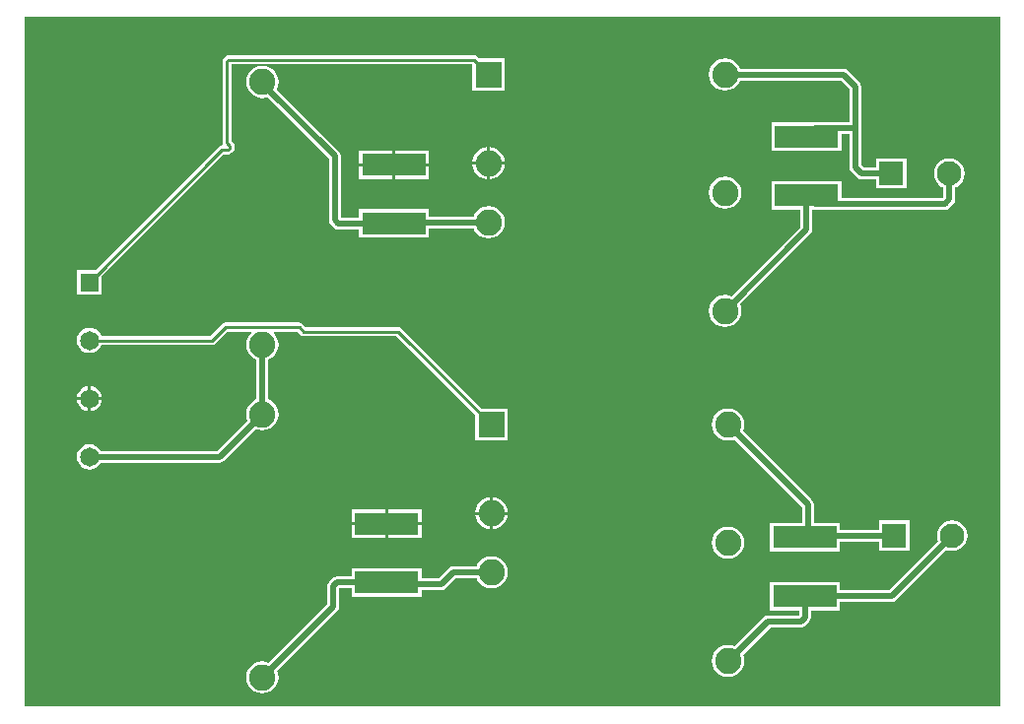
<source format=gtl>
G04*
G04 #@! TF.GenerationSoftware,Altium Limited,Altium Designer,20.0.10 (225)*
G04*
G04 Layer_Physical_Order=1*
G04 Layer_Color=255*
%FSLAX25Y25*%
%MOIN*%
G70*
G01*
G75*
%ADD13C,0.01000*%
%ADD21R,0.21732X0.07677*%
%ADD22C,0.01968*%
%ADD23C,0.08858*%
%ADD24R,0.08858X0.08858*%
%ADD25C,0.08268*%
%ADD26R,0.08268X0.08268*%
%ADD27R,0.06496X0.06496*%
%ADD28C,0.06496*%
G36*
X329471Y2029D02*
X-471D01*
Y235471D01*
X329471D01*
Y2029D01*
D02*
G37*
%LPC*%
G36*
X151500Y222529D02*
X68586D01*
X68001Y222413D01*
X67504Y222081D01*
X66919Y221496D01*
X66587Y221000D01*
X66471Y220414D01*
Y193000D01*
X66564Y192529D01*
X66391Y192183D01*
X66252Y192017D01*
X65730Y191913D01*
X65233Y191581D01*
X23585Y149933D01*
X17252D01*
Y141437D01*
X25748D01*
Y147770D01*
X66948Y188971D01*
X68500D01*
X69085Y189087D01*
X69581Y189419D01*
X70167Y190004D01*
X70499Y190500D01*
X70615Y191086D01*
Y191914D01*
X70499Y192499D01*
X70167Y192996D01*
X69529Y193633D01*
Y219471D01*
X150866D01*
X151071Y219266D01*
Y210571D01*
X161929D01*
Y221429D01*
X153234D01*
X152581Y222081D01*
X152085Y222413D01*
X151500Y222529D01*
D02*
G37*
G36*
X157000Y191410D02*
Y186500D01*
X161910D01*
X161789Y187417D01*
X161242Y188738D01*
X160372Y189872D01*
X159238Y190742D01*
X157917Y191289D01*
X157000Y191410D01*
D02*
G37*
G36*
X156000D02*
X155083Y191289D01*
X153762Y190742D01*
X152628Y189872D01*
X151758Y188738D01*
X151211Y187417D01*
X151090Y186500D01*
X156000D01*
Y191410D01*
D02*
G37*
G36*
X136366Y190299D02*
X125000D01*
Y185961D01*
X136366D01*
Y190299D01*
D02*
G37*
G36*
X124000D02*
X112634D01*
Y185961D01*
X124000D01*
Y190299D01*
D02*
G37*
G36*
X136366Y184961D02*
X125000D01*
Y180622D01*
X136366D01*
Y184961D01*
D02*
G37*
G36*
X124000D02*
X112634D01*
Y180622D01*
X124000D01*
Y184961D01*
D02*
G37*
G36*
X161910Y185500D02*
X157000D01*
Y180590D01*
X157917Y180711D01*
X159238Y181258D01*
X160372Y182128D01*
X161242Y183262D01*
X161789Y184583D01*
X161910Y185500D01*
D02*
G37*
G36*
X156000D02*
X151090D01*
X151211Y184583D01*
X151758Y183262D01*
X152628Y182128D01*
X153762Y181258D01*
X155083Y180711D01*
X156000Y180590D01*
Y185500D01*
D02*
G37*
G36*
X236500Y221476D02*
X235083Y221289D01*
X233762Y220742D01*
X232628Y219872D01*
X231758Y218738D01*
X231211Y217417D01*
X231024Y216000D01*
X231211Y214583D01*
X231758Y213262D01*
X232628Y212128D01*
X233762Y211258D01*
X235083Y210711D01*
X236500Y210524D01*
X237917Y210711D01*
X239238Y211258D01*
X240372Y212128D01*
X241242Y213262D01*
X241539Y213977D01*
X275662D01*
X278477Y211162D01*
Y199878D01*
X266854D01*
X266659Y199839D01*
X252134D01*
Y190161D01*
X275866D01*
Y195831D01*
X278477D01*
Y184685D01*
X278631Y183911D01*
X279069Y183255D01*
X281255Y181069D01*
X281911Y180631D01*
X282685Y180477D01*
X287524D01*
Y177366D01*
X297791D01*
Y187634D01*
X287524D01*
Y184523D01*
X283523D01*
X282523Y185523D01*
Y198343D01*
Y212000D01*
X282369Y212774D01*
X281931Y213431D01*
X277931Y217431D01*
X277274Y217869D01*
X276500Y218023D01*
X241539D01*
X241242Y218738D01*
X240372Y219872D01*
X239238Y220742D01*
X237917Y221289D01*
X236500Y221476D01*
D02*
G37*
G36*
X312343Y187678D02*
X311002Y187502D01*
X309753Y186984D01*
X308681Y186161D01*
X307858Y185089D01*
X307341Y183840D01*
X307164Y182500D01*
X307341Y181160D01*
X307858Y179911D01*
X308681Y178839D01*
X309753Y178016D01*
X310319Y177781D01*
Y174558D01*
X310009Y174248D01*
X275866D01*
Y179917D01*
X252134D01*
Y170240D01*
X261977D01*
Y164338D01*
X238632Y140993D01*
X237917Y141289D01*
X236500Y141476D01*
X235083Y141289D01*
X233762Y140742D01*
X232628Y139872D01*
X231758Y138738D01*
X231211Y137417D01*
X231024Y136000D01*
X231211Y134583D01*
X231758Y133262D01*
X232628Y132128D01*
X233762Y131258D01*
X235083Y130711D01*
X236500Y130524D01*
X237917Y130711D01*
X239238Y131258D01*
X240372Y132128D01*
X241242Y133262D01*
X241789Y134583D01*
X241976Y136000D01*
X241789Y137417D01*
X241493Y138132D01*
X265431Y162069D01*
X265869Y162726D01*
X266023Y163500D01*
Y170240D01*
X266659D01*
X266854Y170201D01*
X310847D01*
X311621Y170355D01*
X312277Y170794D01*
X313773Y172290D01*
X314212Y172946D01*
X314366Y173720D01*
Y177781D01*
X314932Y178016D01*
X316004Y178839D01*
X316827Y179911D01*
X317344Y181160D01*
X317521Y182500D01*
X317344Y183840D01*
X316827Y185089D01*
X316004Y186161D01*
X314932Y186984D01*
X313683Y187502D01*
X312343Y187678D01*
D02*
G37*
G36*
X236500Y181476D02*
X235083Y181289D01*
X233762Y180742D01*
X232628Y179872D01*
X231758Y178738D01*
X231211Y177417D01*
X231024Y176000D01*
X231211Y174583D01*
X231758Y173262D01*
X232628Y172128D01*
X233762Y171258D01*
X235083Y170711D01*
X236500Y170524D01*
X237917Y170711D01*
X239238Y171258D01*
X240372Y172128D01*
X241242Y173262D01*
X241789Y174583D01*
X241976Y176000D01*
X241789Y177417D01*
X241242Y178738D01*
X240372Y179872D01*
X239238Y180742D01*
X237917Y181289D01*
X236500Y181476D01*
D02*
G37*
G36*
X80000Y218964D02*
X78583Y218778D01*
X77262Y218231D01*
X76128Y217360D01*
X75258Y216226D01*
X74711Y214906D01*
X74524Y213488D01*
X74711Y212071D01*
X75258Y210750D01*
X76128Y209616D01*
X77262Y208746D01*
X78583Y208199D01*
X80000Y208012D01*
X81417Y208199D01*
X81787Y208352D01*
X102477Y187662D01*
Y166692D01*
X102631Y165918D01*
X103069Y165262D01*
X104223Y164109D01*
X104879Y163670D01*
X105653Y163516D01*
X112634D01*
Y160701D01*
X136366D01*
Y163977D01*
X151462D01*
X151758Y163262D01*
X152628Y162128D01*
X153762Y161258D01*
X155083Y160711D01*
X156500Y160524D01*
X157917Y160711D01*
X159238Y161258D01*
X160372Y162128D01*
X161242Y163262D01*
X161789Y164583D01*
X161976Y166000D01*
X161789Y167417D01*
X161242Y168738D01*
X160372Y169872D01*
X159238Y170742D01*
X157917Y171289D01*
X156500Y171476D01*
X155083Y171289D01*
X153762Y170742D01*
X152628Y169872D01*
X151758Y168738D01*
X151462Y168023D01*
X136366D01*
Y170378D01*
X112634D01*
Y167562D01*
X106523D01*
Y188500D01*
X106369Y189274D01*
X105931Y189931D01*
X84850Y211011D01*
X85289Y212071D01*
X85476Y213488D01*
X85289Y214906D01*
X84742Y216226D01*
X83872Y217360D01*
X82738Y218231D01*
X81417Y218778D01*
X80000Y218964D01*
D02*
G37*
G36*
X92500Y132029D02*
X67500D01*
X66915Y131913D01*
X66419Y131581D01*
X62366Y127529D01*
X25464D01*
X25211Y128142D01*
X24530Y129030D01*
X23642Y129711D01*
X22609Y130139D01*
X21500Y130285D01*
X20391Y130139D01*
X19358Y129711D01*
X18470Y129030D01*
X17789Y128142D01*
X17361Y127109D01*
X17215Y126000D01*
X17361Y124891D01*
X17789Y123858D01*
X18470Y122970D01*
X19358Y122289D01*
X20391Y121861D01*
X21500Y121715D01*
X22609Y121861D01*
X23642Y122289D01*
X24530Y122970D01*
X25211Y123858D01*
X25464Y124471D01*
X63000D01*
X63585Y124587D01*
X64081Y124919D01*
X68133Y128971D01*
X76115D01*
X76275Y128497D01*
X76128Y128384D01*
X75258Y127250D01*
X74711Y125929D01*
X74524Y124512D01*
X74711Y123094D01*
X75258Y121774D01*
X76128Y120640D01*
X77262Y119770D01*
X77977Y119473D01*
Y106027D01*
X77262Y105730D01*
X76128Y104860D01*
X75258Y103726D01*
X74711Y102406D01*
X74524Y100988D01*
X74711Y99571D01*
X75007Y98856D01*
X64804Y88653D01*
X25260D01*
X25211Y88772D01*
X24530Y89660D01*
X23642Y90341D01*
X22609Y90769D01*
X21500Y90915D01*
X20391Y90769D01*
X19358Y90341D01*
X18470Y89660D01*
X17789Y88772D01*
X17361Y87739D01*
X17215Y86630D01*
X17361Y85521D01*
X17789Y84488D01*
X18470Y83600D01*
X19358Y82919D01*
X20391Y82491D01*
X21500Y82345D01*
X22609Y82491D01*
X23642Y82919D01*
X24530Y83600D01*
X25211Y84488D01*
X25260Y84607D01*
X65642D01*
X66416Y84761D01*
X67072Y85199D01*
X77868Y95995D01*
X78583Y95699D01*
X80000Y95512D01*
X81417Y95699D01*
X82738Y96246D01*
X83872Y97116D01*
X84742Y98250D01*
X85289Y99571D01*
X85476Y100988D01*
X85289Y102406D01*
X84742Y103726D01*
X83872Y104860D01*
X82738Y105730D01*
X82023Y106027D01*
Y119473D01*
X82738Y119770D01*
X83872Y120640D01*
X84742Y121774D01*
X85289Y123094D01*
X85476Y124512D01*
X85289Y125929D01*
X84742Y127250D01*
X83872Y128384D01*
X83724Y128497D01*
X83885Y128971D01*
X91866D01*
X92919Y127919D01*
X93415Y127587D01*
X94000Y127471D01*
X125366D01*
X152071Y100766D01*
Y92071D01*
X162929D01*
Y102929D01*
X154234D01*
X127081Y130081D01*
X126585Y130413D01*
X126000Y130529D01*
X94634D01*
X93581Y131581D01*
X93085Y131913D01*
X92500Y132029D01*
D02*
G37*
G36*
X22000Y110534D02*
Y106815D01*
X25719D01*
X25639Y107424D01*
X25211Y108457D01*
X24530Y109345D01*
X23642Y110026D01*
X22609Y110454D01*
X22000Y110534D01*
D02*
G37*
G36*
X21000D02*
X20391Y110454D01*
X19358Y110026D01*
X18470Y109345D01*
X17789Y108457D01*
X17361Y107424D01*
X17281Y106815D01*
X21000D01*
Y110534D01*
D02*
G37*
G36*
X25719Y105815D02*
X22000D01*
Y102096D01*
X22609Y102176D01*
X23642Y102604D01*
X24530Y103285D01*
X25211Y104173D01*
X25639Y105206D01*
X25719Y105815D01*
D02*
G37*
G36*
X21000D02*
X17281D01*
X17361Y105206D01*
X17789Y104173D01*
X18470Y103285D01*
X19358Y102604D01*
X20391Y102176D01*
X21000Y102096D01*
Y105815D01*
D02*
G37*
G36*
X158000Y72910D02*
Y68000D01*
X162910D01*
X162789Y68917D01*
X162242Y70238D01*
X161372Y71372D01*
X160238Y72242D01*
X158917Y72789D01*
X158000Y72910D01*
D02*
G37*
G36*
X157000D02*
X156083Y72789D01*
X154762Y72242D01*
X153628Y71372D01*
X152758Y70238D01*
X152211Y68917D01*
X152090Y68000D01*
X157000D01*
Y72910D01*
D02*
G37*
G36*
X133866Y68839D02*
X122500D01*
Y64500D01*
X133866D01*
Y68839D01*
D02*
G37*
G36*
X121500D02*
X110134D01*
Y64500D01*
X121500D01*
Y68839D01*
D02*
G37*
G36*
X162910Y67000D02*
X158000D01*
Y62090D01*
X158917Y62211D01*
X160238Y62758D01*
X161372Y63628D01*
X162242Y64762D01*
X162789Y66083D01*
X162910Y67000D01*
D02*
G37*
G36*
X157000D02*
X152090D01*
X152211Y66083D01*
X152758Y64762D01*
X153628Y63628D01*
X154762Y62758D01*
X156083Y62211D01*
X157000Y62090D01*
Y67000D01*
D02*
G37*
G36*
X133866Y63500D02*
X122500D01*
Y59161D01*
X133866D01*
Y63500D01*
D02*
G37*
G36*
X121500D02*
X110134D01*
Y59161D01*
X121500D01*
Y63500D01*
D02*
G37*
G36*
X237500Y102976D02*
X236083Y102789D01*
X234762Y102242D01*
X233628Y101372D01*
X232758Y100238D01*
X232211Y98917D01*
X232024Y97500D01*
X232211Y96083D01*
X232758Y94762D01*
X233628Y93628D01*
X234762Y92758D01*
X236083Y92211D01*
X237500Y92024D01*
X238917Y92211D01*
X239632Y92507D01*
X262477Y69662D01*
Y64260D01*
X251634D01*
Y54583D01*
X275366D01*
Y57977D01*
X288524D01*
Y54866D01*
X298791D01*
Y65134D01*
X288524D01*
Y62023D01*
X275366D01*
Y64260D01*
X266523D01*
Y70500D01*
X266369Y71274D01*
X265931Y71931D01*
X242493Y95368D01*
X242789Y96083D01*
X242976Y97500D01*
X242789Y98917D01*
X242242Y100238D01*
X241372Y101372D01*
X240238Y102242D01*
X238917Y102789D01*
X237500Y102976D01*
D02*
G37*
G36*
X313342Y65178D02*
X312002Y65002D01*
X310753Y64484D01*
X309681Y63661D01*
X308858Y62589D01*
X308341Y61340D01*
X308164Y60000D01*
X308341Y58660D01*
X308575Y58094D01*
X292004Y41523D01*
X275366D01*
Y44339D01*
X251634D01*
Y34661D01*
X261477D01*
Y33023D01*
X251000D01*
X250226Y32869D01*
X249569Y32431D01*
X239632Y22493D01*
X238917Y22789D01*
X237500Y22976D01*
X236083Y22789D01*
X234762Y22242D01*
X233628Y21372D01*
X232758Y20238D01*
X232211Y18917D01*
X232024Y17500D01*
X232211Y16083D01*
X232758Y14762D01*
X233628Y13628D01*
X234762Y12758D01*
X236083Y12211D01*
X237500Y12024D01*
X238917Y12211D01*
X240238Y12758D01*
X241372Y13628D01*
X242242Y14762D01*
X242789Y16083D01*
X242976Y17500D01*
X242789Y18917D01*
X242493Y19632D01*
X251838Y28977D01*
X262347D01*
X263121Y29131D01*
X263777Y29569D01*
X264931Y30723D01*
X265369Y31379D01*
X265523Y32153D01*
Y34661D01*
X275366D01*
Y37477D01*
X292843D01*
X293617Y37631D01*
X294273Y38069D01*
X311436Y55233D01*
X312002Y54998D01*
X313342Y54822D01*
X314683Y54998D01*
X315932Y55516D01*
X317004Y56339D01*
X317827Y57411D01*
X318344Y58660D01*
X318521Y60000D01*
X318344Y61340D01*
X317827Y62589D01*
X317004Y63661D01*
X315932Y64484D01*
X314683Y65002D01*
X313342Y65178D01*
D02*
G37*
G36*
X237500Y62976D02*
X236083Y62789D01*
X234762Y62242D01*
X233628Y61372D01*
X232758Y60238D01*
X232211Y58917D01*
X232024Y57500D01*
X232211Y56083D01*
X232758Y54762D01*
X233628Y53628D01*
X234762Y52758D01*
X236083Y52211D01*
X237500Y52024D01*
X238917Y52211D01*
X240238Y52758D01*
X241372Y53628D01*
X242242Y54762D01*
X242789Y56083D01*
X242976Y57500D01*
X242789Y58917D01*
X242242Y60238D01*
X241372Y61372D01*
X240238Y62242D01*
X238917Y62789D01*
X237500Y62976D01*
D02*
G37*
G36*
X157500Y52976D02*
X156083Y52789D01*
X154762Y52242D01*
X153628Y51372D01*
X152758Y50238D01*
X152462Y49523D01*
X144500D01*
X143726Y49369D01*
X143069Y48931D01*
X139662Y45523D01*
X133866D01*
Y48917D01*
X110134D01*
Y46102D01*
X105153D01*
X104379Y45948D01*
X103723Y45509D01*
X102569Y44356D01*
X102131Y43700D01*
X101977Y42926D01*
Y36850D01*
X82132Y17005D01*
X81417Y17301D01*
X80000Y17488D01*
X78583Y17301D01*
X77262Y16754D01*
X76128Y15884D01*
X75258Y14750D01*
X74711Y13429D01*
X74524Y12012D01*
X74711Y10594D01*
X75258Y9274D01*
X76128Y8140D01*
X77262Y7270D01*
X78583Y6722D01*
X80000Y6536D01*
X81417Y6722D01*
X82738Y7270D01*
X83872Y8140D01*
X84742Y9274D01*
X85289Y10594D01*
X85476Y12012D01*
X85289Y13429D01*
X84993Y14144D01*
X105431Y34581D01*
X105869Y35238D01*
X106023Y36012D01*
Y42056D01*
X110134D01*
Y39240D01*
X133866D01*
Y41477D01*
X140500D01*
X141274Y41631D01*
X141931Y42069D01*
X145338Y45477D01*
X152462D01*
X152758Y44762D01*
X153628Y43628D01*
X154762Y42758D01*
X156083Y42211D01*
X157500Y42024D01*
X158917Y42211D01*
X160238Y42758D01*
X161372Y43628D01*
X162242Y44762D01*
X162789Y46083D01*
X162976Y47500D01*
X162789Y48917D01*
X162242Y50238D01*
X161372Y51372D01*
X160238Y52242D01*
X158917Y52789D01*
X157500Y52976D01*
D02*
G37*
%LPD*%
D13*
X68000Y193000D02*
Y220414D01*
X68586Y221000D02*
X151500D01*
X68000Y220414D02*
X68586Y221000D01*
X69086Y191086D02*
Y191914D01*
X66315Y190500D02*
X68500D01*
X69086Y191086D01*
X68000Y193000D02*
X69086Y191914D01*
X21500Y145685D02*
X66315Y190500D01*
X156500Y186000D02*
X158000D01*
X151500Y221000D02*
X156500Y216000D01*
X126000Y129000D02*
X157500Y97500D01*
X94000Y129000D02*
X126000D01*
X67500Y130500D02*
X92500D01*
X94000Y129000D01*
X21500Y126000D02*
X63000D01*
X67500Y130500D01*
X157407Y67593D02*
X157500Y67500D01*
X21067Y105697D02*
X21500Y106130D01*
X156158Y186343D02*
X156500Y186000D01*
D21*
X264000Y175079D02*
D03*
Y195000D02*
D03*
X122000Y44079D02*
D03*
Y64000D02*
D03*
X263500Y39500D02*
D03*
Y59421D02*
D03*
X124500Y165539D02*
D03*
Y185461D02*
D03*
D22*
X292843Y39500D02*
X313342Y60000D01*
X263500Y39500D02*
X292843D01*
X251000Y31000D02*
X262347D01*
X263500Y32153D02*
Y39500D01*
X262347Y31000D02*
X263500Y32153D01*
X237500Y17500D02*
X251000Y31000D01*
X264079Y60000D02*
X264500Y60421D01*
X264079Y60000D02*
X293657D01*
X263500Y59421D02*
X264079Y60000D01*
X264500Y60421D02*
Y70500D01*
X237500Y97500D02*
X264500Y70500D01*
X266854Y172224D02*
X310847D01*
X312343Y173720D02*
Y182500D01*
X310847Y172224D02*
X312343Y173720D01*
X264000Y175079D02*
X266854Y172224D01*
X236500Y136000D02*
X264000Y163500D01*
Y175079D01*
X280500Y198343D02*
Y212000D01*
Y184685D02*
Y198343D01*
X264000Y195000D02*
X266854Y197854D01*
X280012D01*
X280500Y198343D01*
X236500Y216000D02*
X276500D01*
X280500Y212000D01*
Y184685D02*
X282685Y182500D01*
X104000Y36012D02*
Y42926D01*
X105153Y44079D02*
X122000D01*
X104000Y42926D02*
X105153Y44079D01*
X80000Y12012D02*
X104000Y36012D01*
X122000Y44079D02*
X122579Y43500D01*
X140500D01*
X144500Y47500D01*
X157500D01*
X80000Y213000D02*
Y213488D01*
Y213000D02*
X104500Y188500D01*
Y166692D02*
Y188500D01*
X105653Y165539D02*
X124500D01*
X104500Y166692D02*
X105653Y165539D01*
X124961Y166000D02*
X156500D01*
X124500Y165539D02*
X124961Y166000D01*
X80000Y213488D02*
X80012D01*
X282685Y182500D02*
X292657D01*
X80000Y100988D02*
Y124512D01*
X21500Y86630D02*
X65642D01*
X80000Y100988D01*
D23*
X236500Y136000D02*
D03*
Y216000D02*
D03*
X156500Y166000D02*
D03*
Y186000D02*
D03*
X236500Y176000D02*
D03*
X80000Y213488D02*
D03*
Y124512D02*
D03*
X237500Y17500D02*
D03*
Y97500D02*
D03*
X157500Y47500D02*
D03*
Y67500D02*
D03*
X237500Y57500D02*
D03*
X80000Y12012D02*
D03*
Y100988D02*
D03*
D24*
X156500Y216000D02*
D03*
X157500Y97500D02*
D03*
D25*
X312343Y182500D02*
D03*
X313342Y60000D02*
D03*
D26*
X292657Y182500D02*
D03*
X293657Y60000D02*
D03*
D27*
X21500Y145685D02*
D03*
D28*
Y126000D02*
D03*
Y106315D02*
D03*
Y86630D02*
D03*
M02*

</source>
